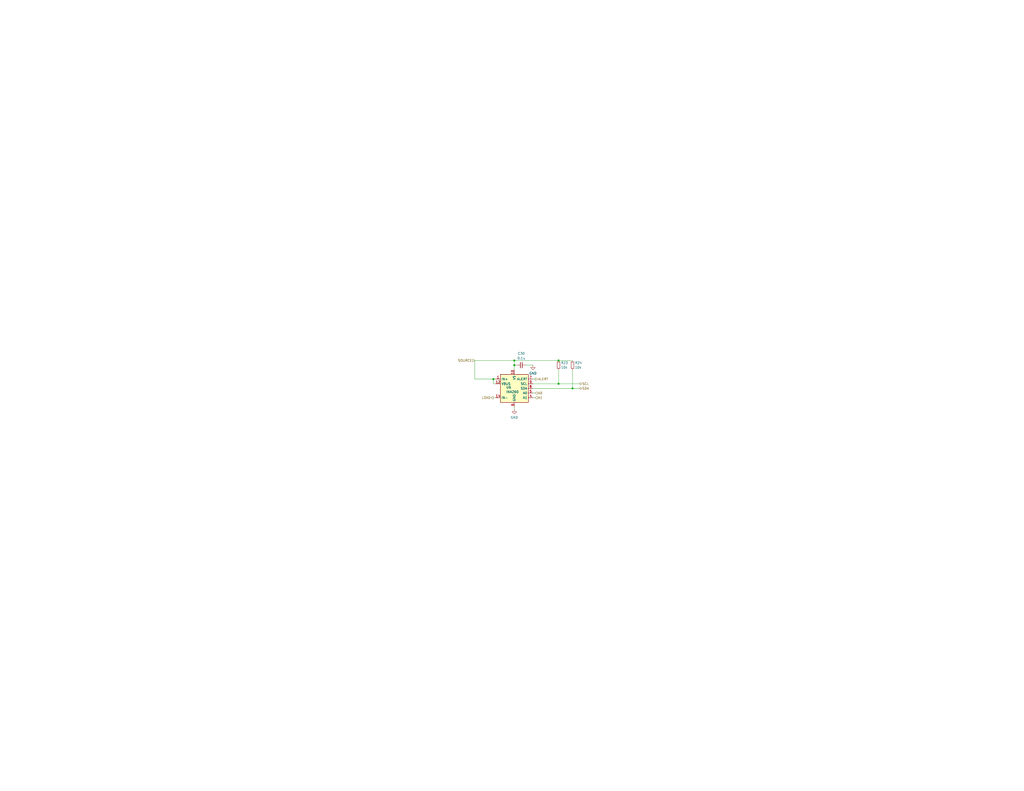
<source format=kicad_sch>
(kicad_sch (version 20231120) (generator "eeschema") (generator_version "8.0")
  (paper "C")
  (title_block (title "HEDGE-Data PCB") (date "2024-10-09") (rev "1.0") (company "Spacecraft Design Lab") (comment 1 "University of Virginia"))
  (lib_symbols
    (symbol "Device:C_Small" (pin_numbers hide) (pin_names (offset 0.254) hide)
      (property "Reference" "C" (at 0.254 1.778 0))
      (property "Value" "C_Small" (at 0.254 -2.032 0))
      (symbol "C_Small_0_1"
        (polyline (pts (xy -1.524 -0.508) (xy 1.524 -0.508)) (stroke (width 0.3302)))
        (polyline (pts (xy -1.524 0.508) (xy 1.524 0.508)) (stroke (width 0.3048)))
      )
      (symbol "C_Small_1_1"
        (pin passive line (at 0 2.54 270) (length 2.032) (name "~") (number "1"))
        (pin passive line (at 0 -2.54 90) (length 2.032) (name "~") (number "2"))
      )
    )
    (symbol "Device:R_Small" (pin_numbers hide) (pin_names (offset 0.254) hide)
      (property "Reference" "R" (at 0.762 0.508 0))
      (property "Value" "R_Small" (at 0.762 -1.016 0))
      (symbol "R_Small_0_1"
        (rectangle (start -0.762 1.778) (end 0.762 -1.778) (stroke (width 0.2032)))
      )
      (symbol "R_Small_1_1"
        (pin passive line (at 0 2.54 270) (length 0.762) (name "~") (number "1"))
        (pin passive line (at 0 -2.54 90) (length 0.762) (name "~") (number "2"))
      )
    )
    (symbol "Sensor:INA260"
      (property "Reference" "U" (at -6.35 8.89 0))
      (property "Value" "INA260" (at 2.54 8.89 0))
      (symbol "INA260_0_1"
        (rectangle (start -7.62 7.62) (end 7.62 -7.62) (stroke (width 0.254)) (fill (type background)))
      )
      (symbol "INA260_1_1"
        (pin passive line (at -10.16 5.08 0) (length 2.54) (name "IN+") (number "1"))
        (pin power_in line (at 0 10.16 270) (length 2.54) (name "VS") (number "10"))
        (pin passive line (at 0 -10.16 90) (length 2.54) hide (name "GND") (number "11"))
        (pin passive line (at -10.16 2.54 0) (length 2.54) (name "VBUS") (number "12"))
        (pin no_connect line (at 2.54 -7.62 90) (length 2.54) hide (name "NC") (number "13"))
        (pin passive line (at -10.16 -5.08 0) (length 2.54) (name "IN-") (number "14"))
        (pin passive line (at -10.16 -5.08 0) (length 2.54) hide (name "IN-") (number "15"))
        (pin passive line (at -10.16 -5.08 0) (length 2.54) hide (name "IN-") (number "16"))
        (pin passive line (at -10.16 5.08 0) (length 2.54) hide (name "IN+") (number "2"))
        (pin passive line (at -10.16 5.08 0) (length 2.54) hide (name "IN+") (number "3"))
        (pin input line (at 10.16 -5.08 180) (length 2.54) (name "A1") (number "4"))
        (pin input line (at 10.16 -2.54 180) (length 2.54) (name "A0") (number "5"))
        (pin power_in line (at 0 -10.16 90) (length 2.54) (name "GND") (number "6"))
        (pin open_collector line (at 10.16 5.08 180) (length 2.54) (name "ALERT") (number "7"))
        (pin bidirectional line (at 10.16 0 180) (length 2.54) (name "SDA") (number "8"))
        (pin input line (at 10.16 2.54 180) (length 2.54) (name "SCL") (number "9"))
      )
    )
    (symbol "power:GND" (power) (pin_numbers hide) (pin_names (offset 0) hide)
      (property "Value" "GND" (at 0 -3.81 0))
      (symbol "GND_0_1"
        (polyline (pts (xy 0 0) (xy 0 -1.27) (xy 1.27 -1.27) (xy 0 -2.54) (xy -1.27 -1.27) (xy 0 -1.27)))
      )
      (symbol "GND_1_1"
        (pin power_in line (at 0 0 270) (length 0) (name "~") (number "1"))
      )
    )
  )
  (junction (at 304.8 196.85))
  (junction (at 280.67 199.39))
  (junction (at 304.8 209.55))
  (junction (at 269.24 207.01))
  (junction (at 312.42 212.09))
  (junction (at 280.67 196.85))
  (wire (pts (xy 269.24 207.01) (xy 270.51 207.01)))
  (wire (pts (xy 304.8 201.93) (xy 304.8 209.55)))
  (wire (pts (xy 269.24 209.55) (xy 269.24 207.01)))
  (wire (pts (xy 290.83 207.01) (xy 292.1 207.01)))
  (wire (pts (xy 280.67 196.85) (xy 280.67 199.39)))
  (wire (pts (xy 259.08 196.85) (xy 280.67 196.85)))
  (wire (pts (xy 290.83 217.17) (xy 292.1 217.17)))
  (wire (pts (xy 304.8 196.85) (xy 312.42 196.85)))
  (wire (pts (xy 304.8 209.55) (xy 290.83 209.55)))
  (wire (pts (xy 280.67 199.39) (xy 281.94 199.39)))
  (wire (pts (xy 290.83 214.63) (xy 292.1 214.63)))
  (wire (pts (xy 280.67 196.85) (xy 304.8 196.85)))
  (wire (pts (xy 270.51 209.55) (xy 269.24 209.55)))
  (wire (pts (xy 280.67 222.25) (xy 280.67 223.52)))
  (wire (pts (xy 280.67 199.39) (xy 280.67 201.93)))
  (wire (pts (xy 312.42 212.09) (xy 290.83 212.09)))
  (wire (pts (xy 269.24 217.17) (xy 270.51 217.17)))
  (wire (pts (xy 312.42 201.93) (xy 312.42 212.09)))
  (wire (pts (xy 304.8 209.55) (xy 316.23 209.55)))
  (wire (pts (xy 312.42 212.09) (xy 316.23 212.09)))
  (wire (pts (xy 259.08 207.01) (xy 269.24 207.01)))
  (wire (pts (xy 259.08 196.85) (xy 259.08 207.01)))
  (wire (pts (xy 287.02 199.39) (xy 290.83 199.39)))
  (hierarchical_label "LOAD" (shape output) (at 269.24 217.17 180))
  (hierarchical_label "SCL" (shape bidirectional) (at 316.23 209.55 0))
  (hierarchical_label "SDA" (shape bidirectional) (at 316.23 212.09 0))
  (hierarchical_label "SOURCE" (shape input) (at 259.08 196.85 180))
  (hierarchical_label "A0" (shape input) (at 292.1 214.63 0))
  (hierarchical_label "A1" (shape input) (at 292.1 217.17 0))
  (hierarchical_label "ALERT" (shape output) (at 292.1 207.01 0))
  (symbol (lib_id "Sensor:INA260") (at 280.67 212.09 0) (unit 1)
    (property "Reference" "U6" (at 276.225 211.455 0) (effects (justify left)))
    (property "Value" "INA260" (at 276.225 213.995 0) (effects (justify left)))
    (property "Footprint" "Package_SO:TSSOP-16_4.4x5mm_P0.65mm" (effects (hide yes)))
    (property "Datasheet" "http://www.ti.com/lit/ds/symlink/ina260.pdf" (effects (hide yes)))
    (instances (project "HEDGE-Data" (path "" (reference "U6") (unit 1)) (path "" (reference "U7") (unit 1)) (path "" (reference "U8") (unit 1))))
  )
  (symbol (lib_id "Device:C_Small") (at 284.48 199.39 270) (mirror x) (unit 1)
    (property "Reference" "C30" (at 284.4736 193.04 90))
    (property "Value" "0.1u" (at 284.4736 195.58 90))
    (property "Footprint" "VST104_footprints:C_SMD_0402" (effects (hide yes)))
    (instances (project "HEDGE-Data" (path "" (reference "C30") (unit 1)) (path "" (reference "C31") (unit 1)) (path "" (reference "C32") (unit 1))))
  )
  (symbol (lib_id "Device:R_Small") (at 312.42 199.39 0) (unit 1)
    (property "Reference" "R24" (at 313.69 198.12 0) (effects (justify left)))
    (property "Value" "10k" (at 313.69 200.66 0) (effects (justify left)))
    (property "Footprint" "VST104_footprints:R_SMD_0402" (effects (hide yes)))
    (instances (project "HEDGE-Data" (path "" (reference "R24") (unit 1)) (path "" (reference "R26") (unit 1)) (path "" (reference "R28") (unit 1))))
  )
  (symbol (lib_id "power:GND") (at 280.67 223.52 0) (unit 1)
    (property "Reference" "#PWR055" (effects (hide yes)))
    (property "Value" "GND" (at 280.67 227.965 0))
    (instances (project "HEDGE-Data" (path "" (reference "#PWR055") (unit 1)) (path "" (reference "#PWR057") (unit 1)) (path "" (reference "#PWR059") (unit 1))))
  )
  (symbol (lib_id "power:GND") (at 290.83 199.39 0) (unit 1)
    (property "Reference" "#PWR056" (effects (hide yes)))
    (property "Value" "GND" (at 290.83 203.835 0))
    (instances (project "HEDGE-Data" (path "" (reference "#PWR056") (unit 1)) (path "" (reference "#PWR058") (unit 1)) (path "" (reference "#PWR060") (unit 1))))
  )
  (symbol (lib_id "Device:R_Small") (at 304.8 199.39 0) (unit 1)
    (property "Reference" "R23" (at 306.07 198.12 0) (effects (justify left)))
    (property "Value" "10k" (at 306.07 200.66 0) (effects (justify left)))
    (property "Footprint" "VST104_footprints:R_SMD_0402" (effects (hide yes)))
    (instances (project "HEDGE-Data" (path "" (reference "R23") (unit 1)) (path "" (reference "R25") (unit 1)) (path "" (reference "R27") (unit 1))))
  )
)
</source>
